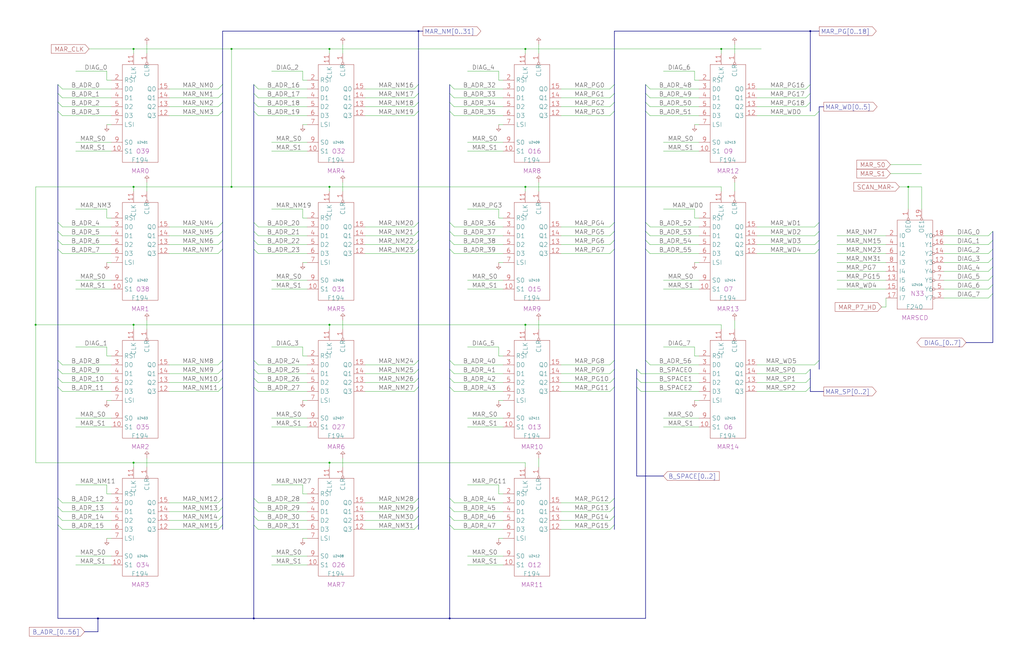
<source format=kicad_sch>
(kicad_sch (version 20230121) (generator eeschema)
  (paper "User" 584.2 378.46)
  (title_block (title "ADDRESS\\nMAR REGISTER") (date "08-MAR-90") (rev "0.0") (comment 1 "MEM32 BOARD") (comment 2 "232-003066") (comment 3 "S400") (comment 4 "RELEASED"))
  (junction (at 76.2 27.94))
  (junction (at 20.32 185.42))
  (junction (at 256.54 353.06))
  (junction (at 238.76 17.78))
  (junction (at 55.88 353.06))
  (junction (at 462.28 17.78))
  (junction (at 299.72 106.68))
  (junction (at 76.2 106.68))
  (junction (at 132.08 27.94))
  (junction (at 299.72 185.42))
  (junction (at 187.96 106.68))
  (junction (at 299.72 27.94))
  (junction (at 76.2 185.42))
  (junction (at 144.78 353.06))
  (junction (at 411.48 27.94))
  (junction (at 518.16 106.68))
  (junction (at 187.96 27.94))
  (junction (at 76.2 264.16))
  (junction (at 187.96 185.42))
  (junction (at 132.08 106.68))
  (junction (at 187.96 264.16))
  (bus_entry (at 350.52 132.08) (size -2.54 2.54))
  (bus_entry (at 256.54 294.64) (size 2.54 2.54))
  (bus_entry (at 368.3 205.74) (size 2.54 2.54))
  (bus_entry (at 462.28 58.42) (size -2.54 2.54))
  (bus_entry (at 566.42 167.64) (size -2.54 2.54))
  (bus_entry (at 256.54 137.16) (size 2.54 2.54))
  (bus_entry (at 127 294.64) (size -2.54 2.54))
  (bus_entry (at 368.3 142.24) (size 2.54 2.54))
  (bus_entry (at 127 215.9) (size -2.54 2.54))
  (bus_entry (at 350.52 205.74) (size -2.54 2.54))
  (bus_entry (at 238.76 294.64) (size -2.54 2.54))
  (bus_entry (at 144.78 127) (size 2.54 2.54))
  (bus_entry (at 33.02 137.16) (size 2.54 2.54))
  (bus_entry (at 33.02 215.9) (size 2.54 2.54))
  (bus_entry (at 256.54 48.26) (size 2.54 2.54))
  (bus_entry (at 368.3 132.08) (size 2.54 2.54))
  (bus_entry (at 350.52 137.16) (size -2.54 2.54))
  (bus_entry (at 350.52 210.82) (size -2.54 2.54))
  (bus_entry (at 33.02 299.72) (size 2.54 2.54))
  (bus_entry (at 238.76 289.56) (size -2.54 2.54))
  (bus_entry (at 350.52 48.26) (size -2.54 2.54))
  (bus_entry (at 238.76 210.82) (size -2.54 2.54))
  (bus_entry (at 256.54 220.98) (size 2.54 2.54))
  (bus_entry (at 462.28 48.26) (size -2.54 2.54))
  (bus_entry (at 256.54 63.5) (size 2.54 2.54))
  (bus_entry (at 127 289.56) (size -2.54 2.54))
  (bus_entry (at 256.54 210.82) (size 2.54 2.54))
  (bus_entry (at 462.28 210.82) (size -2.54 2.54))
  (bus_entry (at 256.54 142.24) (size 2.54 2.54))
  (bus_entry (at 350.52 284.48) (size -2.54 2.54))
  (bus_entry (at 462.28 215.9) (size -2.54 2.54))
  (bus_entry (at 368.3 63.5) (size 2.54 2.54))
  (bus_entry (at 256.54 53.34) (size 2.54 2.54))
  (bus_entry (at 350.52 294.64) (size -2.54 2.54))
  (bus_entry (at 144.78 284.48) (size 2.54 2.54))
  (bus_entry (at 238.76 215.9) (size -2.54 2.54))
  (bus_entry (at 33.02 132.08) (size 2.54 2.54))
  (bus_entry (at 350.52 289.56) (size -2.54 2.54))
  (bus_entry (at 350.52 215.9) (size -2.54 2.54))
  (bus_entry (at 144.78 215.9) (size 2.54 2.54))
  (bus_entry (at 238.76 220.98) (size -2.54 2.54))
  (bus_entry (at 350.52 299.72) (size -2.54 2.54))
  (bus_entry (at 238.76 299.72) (size -2.54 2.54))
  (bus_entry (at 238.76 284.48) (size -2.54 2.54))
  (bus_entry (at 144.78 132.08) (size 2.54 2.54))
  (bus_entry (at 462.28 53.34) (size -2.54 2.54))
  (bus_entry (at 256.54 205.74) (size 2.54 2.54))
  (bus_entry (at 33.02 289.56) (size 2.54 2.54))
  (bus_entry (at 256.54 284.48) (size 2.54 2.54))
  (bus_entry (at 238.76 132.08) (size -2.54 2.54))
  (bus_entry (at 33.02 63.5) (size 2.54 2.54))
  (bus_entry (at 467.36 205.74) (size -2.54 2.54))
  (bus_entry (at 350.52 53.34) (size -2.54 2.54))
  (bus_entry (at 127 210.82) (size -2.54 2.54))
  (bus_entry (at 467.36 137.16) (size -2.54 2.54))
  (bus_entry (at 144.78 210.82) (size 2.54 2.54))
  (bus_entry (at 33.02 284.48) (size 2.54 2.54))
  (bus_entry (at 144.78 220.98) (size 2.54 2.54))
  (bus_entry (at 368.3 58.42) (size 2.54 2.54))
  (bus_entry (at 127 127) (size -2.54 2.54))
  (bus_entry (at 566.42 157.48) (size -2.54 2.54))
  (bus_entry (at 238.76 53.34) (size -2.54 2.54))
  (bus_entry (at 256.54 132.08) (size 2.54 2.54))
  (bus_entry (at 127 142.24) (size -2.54 2.54))
  (bus_entry (at 33.02 220.98) (size 2.54 2.54))
  (bus_entry (at 238.76 58.42) (size -2.54 2.54))
  (bus_entry (at 144.78 142.24) (size 2.54 2.54))
  (bus_entry (at 350.52 58.42) (size -2.54 2.54))
  (bus_entry (at 127 58.42) (size -2.54 2.54))
  (bus_entry (at 350.52 142.24) (size -2.54 2.54))
  (bus_entry (at 256.54 299.72) (size 2.54 2.54))
  (bus_entry (at 238.76 205.74) (size -2.54 2.54))
  (bus_entry (at 144.78 58.42) (size 2.54 2.54))
  (bus_entry (at 566.42 162.56) (size -2.54 2.54))
  (bus_entry (at 467.36 127) (size -2.54 2.54))
  (bus_entry (at 33.02 127) (size 2.54 2.54))
  (bus_entry (at 368.3 137.16) (size 2.54 2.54))
  (bus_entry (at 256.54 289.56) (size 2.54 2.54))
  (bus_entry (at 33.02 142.24) (size 2.54 2.54))
  (bus_entry (at 368.3 53.34) (size 2.54 2.54))
  (bus_entry (at 127 205.74) (size -2.54 2.54))
  (bus_entry (at 33.02 294.64) (size 2.54 2.54))
  (bus_entry (at 127 299.72) (size -2.54 2.54))
  (bus_entry (at 33.02 48.26) (size 2.54 2.54))
  (bus_entry (at 363.22 215.9) (size 2.54 2.54))
  (bus_entry (at 144.78 63.5) (size 2.54 2.54))
  (bus_entry (at 350.52 127) (size -2.54 2.54))
  (bus_entry (at 256.54 215.9) (size 2.54 2.54))
  (bus_entry (at 33.02 210.82) (size 2.54 2.54))
  (bus_entry (at 127 48.26) (size -2.54 2.54))
  (bus_entry (at 238.76 142.24) (size -2.54 2.54))
  (bus_entry (at 350.52 220.98) (size -2.54 2.54))
  (bus_entry (at 238.76 137.16) (size -2.54 2.54))
  (bus_entry (at 363.22 220.98) (size 2.54 2.54))
  (bus_entry (at 368.3 127) (size 2.54 2.54))
  (bus_entry (at 144.78 289.56) (size 2.54 2.54))
  (bus_entry (at 127 63.5) (size -2.54 2.54))
  (bus_entry (at 566.42 147.32) (size -2.54 2.54))
  (bus_entry (at 127 132.08) (size -2.54 2.54))
  (bus_entry (at 144.78 137.16) (size 2.54 2.54))
  (bus_entry (at 144.78 205.74) (size 2.54 2.54))
  (bus_entry (at 127 220.98) (size -2.54 2.54))
  (bus_entry (at 566.42 132.08) (size -2.54 2.54))
  (bus_entry (at 127 137.16) (size -2.54 2.54))
  (bus_entry (at 33.02 205.74) (size 2.54 2.54))
  (bus_entry (at 467.36 142.24) (size -2.54 2.54))
  (bus_entry (at 33.02 53.34) (size 2.54 2.54))
  (bus_entry (at 144.78 294.64) (size 2.54 2.54))
  (bus_entry (at 238.76 127) (size -2.54 2.54))
  (bus_entry (at 144.78 48.26) (size 2.54 2.54))
  (bus_entry (at 368.3 48.26) (size 2.54 2.54))
  (bus_entry (at 144.78 299.72) (size 2.54 2.54))
  (bus_entry (at 462.28 220.98) (size -2.54 2.54))
  (bus_entry (at 256.54 127) (size 2.54 2.54))
  (bus_entry (at 566.42 142.24) (size -2.54 2.54))
  (bus_entry (at 127 284.48) (size -2.54 2.54))
  (bus_entry (at 467.36 132.08) (size -2.54 2.54))
  (bus_entry (at 238.76 48.26) (size -2.54 2.54))
  (bus_entry (at 566.42 152.4) (size -2.54 2.54))
  (bus_entry (at 467.36 63.5) (size -2.54 2.54))
  (bus_entry (at 350.52 63.5) (size -2.54 2.54))
  (bus_entry (at 127 53.34) (size -2.54 2.54))
  (bus_entry (at 566.42 137.16) (size -2.54 2.54))
  (bus_entry (at 256.54 58.42) (size 2.54 2.54))
  (bus_entry (at 363.22 210.82) (size 2.54 2.54))
  (bus_entry (at 33.02 58.42) (size 2.54 2.54))
  (bus_entry (at 144.78 53.34) (size 2.54 2.54))
  (bus_entry (at 238.76 63.5) (size -2.54 2.54))
  (wire (pts (xy 96.52 223.52) (xy 124.46 223.52)))
  (wire (pts (xy 208.28 213.36) (xy 236.22 213.36)))
  (wire (pts (xy 266.7 238.76) (xy 287.02 238.76)))
  (wire (pts (xy 477.52 134.62) (xy 505.46 134.62)))
  (bus (pts (xy 368.3 63.5) (xy 368.3 127)))
  (wire (pts (xy 287.02 124.46) (xy 284.48 124.46)))
  (bus (pts (xy 33.02 137.16) (xy 33.02 142.24)))
  (wire (pts (xy 63.5 281.94) (xy 60.96 281.94)))
  (bus (pts (xy 144.78 142.24) (xy 144.78 205.74)))
  (wire (pts (xy 419.1 182.88) (xy 419.1 187.96)))
  (wire (pts (xy 60.96 203.2) (xy 60.96 198.12)))
  (wire (pts (xy 320.04 60.96) (xy 347.98 60.96)))
  (bus (pts (xy 144.78 289.56) (xy 144.78 294.64)))
  (bus (pts (xy 33.02 299.72) (xy 33.02 353.06)))
  (bus (pts (xy 238.76 205.74) (xy 238.76 210.82)))
  (wire (pts (xy 35.56 292.1) (xy 63.5 292.1)))
  (bus (pts (xy 238.76 17.78) (xy 238.76 48.26)))
  (bus (pts (xy 566.42 142.24) (xy 566.42 147.32)))
  (bus (pts (xy 238.76 220.98) (xy 238.76 284.48)))
  (wire (pts (xy 63.5 203.2) (xy 60.96 203.2)))
  (bus (pts (xy 144.78 353.06) (xy 256.54 353.06)))
  (bus (pts (xy 238.76 284.48) (xy 238.76 289.56)))
  (wire (pts (xy 147.32 60.96) (xy 175.26 60.96)))
  (wire (pts (xy 96.52 287.02) (xy 124.46 287.02)))
  (wire (pts (xy 172.72 149.86) (xy 175.26 149.86)))
  (wire (pts (xy 96.52 302.26) (xy 124.46 302.26)))
  (wire (pts (xy 154.94 322.58) (xy 175.26 322.58)))
  (bus (pts (xy 350.52 294.64) (xy 350.52 299.72)))
  (wire (pts (xy 284.48 228.6) (xy 287.02 228.6)))
  (wire (pts (xy 35.56 144.78) (xy 63.5 144.78)))
  (bus (pts (xy 144.78 284.48) (xy 144.78 289.56)))
  (bus (pts (xy 33.02 127) (xy 33.02 132.08)))
  (wire (pts (xy 208.28 292.1) (xy 236.22 292.1)))
  (wire (pts (xy 43.18 40.64) (xy 60.96 40.64)))
  (wire (pts (xy 60.96 124.46) (xy 60.96 119.38)))
  (wire (pts (xy 76.2 27.94) (xy 76.2 30.48)))
  (wire (pts (xy 307.34 261.62) (xy 307.34 266.7)))
  (wire (pts (xy 320.04 139.7) (xy 347.98 139.7)))
  (wire (pts (xy 320.04 218.44) (xy 347.98 218.44)))
  (wire (pts (xy 370.84 66.04) (xy 398.78 66.04)))
  (bus (pts (xy 256.54 63.5) (xy 256.54 127)))
  (wire (pts (xy 477.52 154.94) (xy 505.46 154.94)))
  (bus (pts (xy 467.36 137.16) (xy 467.36 142.24)))
  (bus (pts (xy 238.76 299.72) (xy 238.76 302.26)))
  (bus (pts (xy 256.54 48.26) (xy 256.54 53.34)))
  (wire (pts (xy 63.5 124.46) (xy 60.96 124.46)))
  (wire (pts (xy 370.84 144.78) (xy 398.78 144.78)))
  (bus (pts (xy 256.54 205.74) (xy 256.54 210.82)))
  (bus (pts (xy 256.54 127) (xy 256.54 132.08)))
  (wire (pts (xy 76.2 106.68) (xy 20.32 106.68)))
  (wire (pts (xy 187.96 106.68) (xy 187.96 109.22)))
  (wire (pts (xy 43.18 243.84) (xy 63.5 243.84)))
  (wire (pts (xy 43.18 119.38) (xy 60.96 119.38)))
  (wire (pts (xy 195.58 182.88) (xy 195.58 187.96)))
  (bus (pts (xy 350.52 137.16) (xy 350.52 142.24)))
  (wire (pts (xy 505.46 170.18) (xy 505.46 175.26)))
  (wire (pts (xy 320.04 208.28) (xy 347.98 208.28)))
  (bus (pts (xy 33.02 132.08) (xy 33.02 137.16)))
  (wire (pts (xy 208.28 66.04) (xy 236.22 66.04)))
  (wire (pts (xy 20.32 185.42) (xy 76.2 185.42)))
  (wire (pts (xy 396.24 203.2) (xy 396.24 198.12)))
  (wire (pts (xy 187.96 185.42) (xy 299.72 185.42)))
  (wire (pts (xy 378.46 40.64) (xy 396.24 40.64)))
  (bus (pts (xy 566.42 132.08) (xy 566.42 137.16)))
  (bus (pts (xy 350.52 210.82) (xy 350.52 215.9)))
  (bus (pts (xy 350.52 17.78) (xy 462.28 17.78)))
  (wire (pts (xy 378.46 243.84) (xy 398.78 243.84)))
  (bus (pts (xy 256.54 284.48) (xy 256.54 289.56)))
  (wire (pts (xy 172.72 228.6) (xy 175.26 228.6)))
  (wire (pts (xy 259.08 55.88) (xy 287.02 55.88)))
  (bus (pts (xy 256.54 132.08) (xy 256.54 137.16)))
  (wire (pts (xy 147.32 129.54) (xy 175.26 129.54)))
  (bus (pts (xy 127 58.42) (xy 127 63.5)))
  (wire (pts (xy 320.04 66.04) (xy 347.98 66.04)))
  (wire (pts (xy 266.7 40.64) (xy 284.48 40.64)))
  (wire (pts (xy 195.58 25.4) (xy 195.58 30.48)))
  (bus (pts (xy 33.02 48.26) (xy 33.02 53.34)))
  (wire (pts (xy 60.96 45.72) (xy 60.96 40.64)))
  (wire (pts (xy 287.02 281.94) (xy 284.48 281.94)))
  (wire (pts (xy 299.72 27.94) (xy 411.48 27.94)))
  (wire (pts (xy 431.8 144.78) (xy 464.82 144.78)))
  (bus (pts (xy 144.78 58.42) (xy 144.78 63.5)))
  (wire (pts (xy 147.32 213.36) (xy 175.26 213.36)))
  (bus (pts (xy 350.52 63.5) (xy 350.52 127)))
  (wire (pts (xy 175.26 203.2) (xy 172.72 203.2)))
  (wire (pts (xy 187.96 27.94) (xy 299.72 27.94)))
  (wire (pts (xy 431.8 50.8) (xy 459.74 50.8)))
  (wire (pts (xy 320.04 134.62) (xy 347.98 134.62)))
  (wire (pts (xy 147.32 50.8) (xy 175.26 50.8)))
  (bus (pts (xy 238.76 137.16) (xy 238.76 142.24)))
  (bus (pts (xy 467.36 60.96) (xy 467.36 63.5)))
  (wire (pts (xy 320.04 302.26) (xy 347.98 302.26)))
  (bus (pts (xy 127 215.9) (xy 127 220.98)))
  (wire (pts (xy 147.32 208.28) (xy 175.26 208.28)))
  (bus (pts (xy 462.28 17.78) (xy 462.28 48.26)))
  (wire (pts (xy 259.08 292.1) (xy 287.02 292.1)))
  (bus (pts (xy 368.3 132.08) (xy 368.3 137.16)))
  (wire (pts (xy 259.08 144.78) (xy 287.02 144.78)))
  (wire (pts (xy 76.2 27.94) (xy 132.08 27.94)))
  (wire (pts (xy 43.18 276.86) (xy 60.96 276.86)))
  (wire (pts (xy 320.04 55.88) (xy 347.98 55.88)))
  (bus (pts (xy 363.22 215.9) (xy 363.22 220.98)))
  (bus (pts (xy 238.76 210.82) (xy 238.76 215.9)))
  (bus (pts (xy 551.18 195.58) (xy 566.42 195.58)))
  (wire (pts (xy 43.18 160.02) (xy 63.5 160.02)))
  (wire (pts (xy 411.48 27.94) (xy 411.48 30.48)))
  (wire (pts (xy 284.48 71.12) (xy 287.02 71.12)))
  (wire (pts (xy 43.18 86.36) (xy 63.5 86.36)))
  (wire (pts (xy 96.52 297.18) (xy 124.46 297.18)))
  (bus (pts (xy 462.28 58.42) (xy 462.28 63.5)))
  (wire (pts (xy 154.94 86.36) (xy 175.26 86.36)))
  (wire (pts (xy 154.94 165.1) (xy 175.26 165.1)))
  (bus (pts (xy 368.3 142.24) (xy 368.3 205.74)))
  (bus (pts (xy 256.54 215.9) (xy 256.54 220.98)))
  (bus (pts (xy 462.28 215.9) (xy 462.28 220.98)))
  (wire (pts (xy 538.48 154.94) (xy 563.88 154.94)))
  (wire (pts (xy 20.32 106.68) (xy 20.32 185.42)))
  (wire (pts (xy 284.48 281.94) (xy 284.48 276.86)))
  (bus (pts (xy 462.28 53.34) (xy 462.28 58.42)))
  (wire (pts (xy 35.56 213.36) (xy 63.5 213.36)))
  (wire (pts (xy 175.26 281.94) (xy 172.72 281.94)))
  (wire (pts (xy 378.46 81.28) (xy 398.78 81.28)))
  (bus (pts (xy 467.36 63.5) (xy 467.36 127)))
  (wire (pts (xy 83.82 182.88) (xy 83.82 187.96)))
  (bus (pts (xy 238.76 127) (xy 238.76 132.08)))
  (wire (pts (xy 60.96 307.34) (xy 63.5 307.34)))
  (wire (pts (xy 411.48 185.42) (xy 411.48 187.96)))
  (wire (pts (xy 96.52 218.44) (xy 124.46 218.44)))
  (bus (pts (xy 566.42 162.56) (xy 566.42 167.64)))
  (bus (pts (xy 238.76 17.78) (xy 241.3 17.78)))
  (wire (pts (xy 477.52 165.1) (xy 505.46 165.1)))
  (wire (pts (xy 43.18 81.28) (xy 63.5 81.28)))
  (wire (pts (xy 154.94 317.5) (xy 175.26 317.5)))
  (wire (pts (xy 518.16 106.68) (xy 525.78 106.68)))
  (wire (pts (xy 378.46 165.1) (xy 398.78 165.1)))
  (wire (pts (xy 83.82 261.62) (xy 83.82 266.7)))
  (wire (pts (xy 398.78 45.72) (xy 396.24 45.72)))
  (bus (pts (xy 462.28 223.52) (xy 469.9 223.52)))
  (wire (pts (xy 365.76 218.44) (xy 398.78 218.44)))
  (wire (pts (xy 431.8 134.62) (xy 464.82 134.62)))
  (wire (pts (xy 43.18 322.58) (xy 63.5 322.58)))
  (wire (pts (xy 154.94 276.86) (xy 172.72 276.86)))
  (bus (pts (xy 144.78 127) (xy 144.78 132.08)))
  (wire (pts (xy 154.94 238.76) (xy 175.26 238.76)))
  (bus (pts (xy 363.22 220.98) (xy 363.22 271.78)))
  (wire (pts (xy 147.32 302.26) (xy 175.26 302.26)))
  (wire (pts (xy 147.32 144.78) (xy 175.26 144.78)))
  (wire (pts (xy 96.52 66.04) (xy 124.46 66.04)))
  (wire (pts (xy 259.08 218.44) (xy 287.02 218.44)))
  (wire (pts (xy 266.7 317.5) (xy 287.02 317.5)))
  (wire (pts (xy 172.72 124.46) (xy 172.72 119.38)))
  (bus (pts (xy 144.78 210.82) (xy 144.78 215.9)))
  (bus (pts (xy 33.02 284.48) (xy 33.02 289.56)))
  (bus (pts (xy 33.02 58.42) (xy 33.02 63.5)))
  (bus (pts (xy 127 48.26) (xy 127 53.34)))
  (wire (pts (xy 208.28 60.96) (xy 236.22 60.96)))
  (wire (pts (xy 154.94 160.02) (xy 175.26 160.02)))
  (bus (pts (xy 350.52 58.42) (xy 350.52 63.5)))
  (wire (pts (xy 147.32 223.52) (xy 175.26 223.52)))
  (bus (pts (xy 127 210.82) (xy 127 215.9)))
  (wire (pts (xy 284.48 149.86) (xy 287.02 149.86)))
  (bus (pts (xy 256.54 137.16) (xy 256.54 142.24)))
  (wire (pts (xy 259.08 223.52) (xy 287.02 223.52)))
  (bus (pts (xy 33.02 210.82) (xy 33.02 215.9)))
  (wire (pts (xy 431.8 213.36) (xy 459.74 213.36)))
  (wire (pts (xy 147.32 55.88) (xy 175.26 55.88)))
  (wire (pts (xy 419.1 104.14) (xy 419.1 109.22)))
  (wire (pts (xy 431.8 218.44) (xy 459.74 218.44)))
  (wire (pts (xy 43.18 165.1) (xy 63.5 165.1)))
  (bus (pts (xy 566.42 167.64) (xy 566.42 195.58)))
  (wire (pts (xy 60.96 71.12) (xy 63.5 71.12)))
  (bus (pts (xy 256.54 142.24) (xy 256.54 205.74)))
  (wire (pts (xy 96.52 144.78) (xy 124.46 144.78)))
  (wire (pts (xy 370.84 55.88) (xy 398.78 55.88)))
  (wire (pts (xy 172.72 281.94) (xy 172.72 276.86)))
  (wire (pts (xy 299.72 27.94) (xy 299.72 30.48)))
  (wire (pts (xy 96.52 139.7) (xy 124.46 139.7)))
  (wire (pts (xy 398.78 203.2) (xy 396.24 203.2)))
  (wire (pts (xy 538.48 149.86) (xy 563.88 149.86)))
  (wire (pts (xy 35.56 297.18) (xy 63.5 297.18)))
  (bus (pts (xy 33.02 220.98) (xy 33.02 284.48)))
  (bus (pts (xy 350.52 220.98) (xy 350.52 284.48)))
  (wire (pts (xy 411.48 106.68) (xy 411.48 109.22)))
  (wire (pts (xy 172.72 45.72) (xy 172.72 40.64)))
  (wire (pts (xy 96.52 213.36) (xy 124.46 213.36)))
  (wire (pts (xy 35.56 66.04) (xy 63.5 66.04)))
  (bus (pts (xy 467.36 127) (xy 467.36 132.08)))
  (wire (pts (xy 320.04 50.8) (xy 347.98 50.8)))
  (bus (pts (xy 127 289.56) (xy 127 294.64)))
  (bus (pts (xy 55.88 360.68) (xy 55.88 353.06)))
  (wire (pts (xy 378.46 160.02) (xy 398.78 160.02)))
  (wire (pts (xy 60.96 228.6) (xy 63.5 228.6)))
  (bus (pts (xy 238.76 215.9) (xy 238.76 220.98)))
  (wire (pts (xy 208.28 297.18) (xy 236.22 297.18)))
  (bus (pts (xy 127 294.64) (xy 127 299.72)))
  (wire (pts (xy 154.94 198.12) (xy 172.72 198.12)))
  (wire (pts (xy 525.78 106.68) (xy 525.78 119.38)))
  (bus (pts (xy 368.3 58.42) (xy 368.3 63.5)))
  (bus (pts (xy 256.54 53.34) (xy 256.54 58.42)))
  (wire (pts (xy 502.92 175.26) (xy 505.46 175.26)))
  (wire (pts (xy 259.08 129.54) (xy 287.02 129.54)))
  (bus (pts (xy 33.02 142.24) (xy 33.02 205.74)))
  (wire (pts (xy 370.84 50.8) (xy 398.78 50.8)))
  (bus (pts (xy 368.3 127) (xy 368.3 132.08)))
  (bus (pts (xy 238.76 48.26) (xy 238.76 53.34)))
  (wire (pts (xy 378.46 119.38) (xy 396.24 119.38)))
  (wire (pts (xy 35.56 223.52) (xy 63.5 223.52)))
  (bus (pts (xy 256.54 210.82) (xy 256.54 215.9)))
  (bus (pts (xy 33.02 294.64) (xy 33.02 299.72)))
  (wire (pts (xy 96.52 292.1) (xy 124.46 292.1)))
  (bus (pts (xy 33.02 215.9) (xy 33.02 220.98)))
  (wire (pts (xy 35.56 50.8) (xy 63.5 50.8)))
  (bus (pts (xy 127 284.48) (xy 127 289.56)))
  (wire (pts (xy 320.04 292.1) (xy 347.98 292.1)))
  (wire (pts (xy 431.8 223.52) (xy 459.74 223.52)))
  (bus (pts (xy 566.42 152.4) (xy 566.42 157.48)))
  (wire (pts (xy 147.32 66.04) (xy 175.26 66.04)))
  (wire (pts (xy 154.94 40.64) (xy 172.72 40.64)))
  (wire (pts (xy 431.8 139.7) (xy 464.82 139.7)))
  (wire (pts (xy 396.24 228.6) (xy 398.78 228.6)))
  (wire (pts (xy 266.7 165.1) (xy 287.02 165.1)))
  (bus (pts (xy 256.54 299.72) (xy 256.54 353.06)))
  (wire (pts (xy 411.48 27.94) (xy 434.34 27.94)))
  (wire (pts (xy 132.08 106.68) (xy 76.2 106.68)))
  (wire (pts (xy 96.52 129.54) (xy 124.46 129.54)))
  (wire (pts (xy 508 99.06) (xy 525.78 99.06)))
  (wire (pts (xy 76.2 185.42) (xy 76.2 187.96)))
  (wire (pts (xy 35.56 129.54) (xy 63.5 129.54)))
  (wire (pts (xy 96.52 60.96) (xy 124.46 60.96)))
  (wire (pts (xy 147.32 134.62) (xy 175.26 134.62)))
  (wire (pts (xy 187.96 27.94) (xy 187.96 30.48)))
  (wire (pts (xy 320.04 129.54) (xy 347.98 129.54)))
  (wire (pts (xy 76.2 264.16) (xy 76.2 266.7)))
  (wire (pts (xy 370.84 139.7) (xy 398.78 139.7)))
  (wire (pts (xy 538.48 139.7) (xy 563.88 139.7)))
  (wire (pts (xy 63.5 45.72) (xy 60.96 45.72)))
  (wire (pts (xy 266.7 198.12) (xy 284.48 198.12)))
  (wire (pts (xy 266.7 81.28) (xy 287.02 81.28)))
  (bus (pts (xy 33.02 63.5) (xy 33.02 127)))
  (wire (pts (xy 187.96 106.68) (xy 132.08 106.68)))
  (bus (pts (xy 256.54 294.64) (xy 256.54 299.72)))
  (wire (pts (xy 396.24 124.46) (xy 396.24 119.38)))
  (wire (pts (xy 43.18 317.5) (xy 63.5 317.5)))
  (bus (pts (xy 127 205.74) (xy 127 210.82)))
  (wire (pts (xy 266.7 160.02) (xy 287.02 160.02)))
  (wire (pts (xy 195.58 104.14) (xy 195.58 109.22)))
  (wire (pts (xy 284.48 124.46) (xy 284.48 119.38)))
  (wire (pts (xy 284.48 203.2) (xy 284.48 198.12)))
  (wire (pts (xy 35.56 208.28) (xy 63.5 208.28)))
  (wire (pts (xy 284.48 307.34) (xy 287.02 307.34)))
  (wire (pts (xy 396.24 149.86) (xy 398.78 149.86)))
  (bus (pts (xy 350.52 48.26) (xy 350.52 53.34)))
  (bus (pts (xy 127 299.72) (xy 127 302.26)))
  (wire (pts (xy 172.72 203.2) (xy 172.72 198.12)))
  (bus (pts (xy 256.54 220.98) (xy 256.54 284.48)))
  (wire (pts (xy 431.8 60.96) (xy 459.74 60.96)))
  (bus (pts (xy 368.3 137.16) (xy 368.3 142.24)))
  (bus (pts (xy 350.52 132.08) (xy 350.52 137.16)))
  (bus (pts (xy 462.28 48.26) (xy 462.28 53.34)))
  (wire (pts (xy 431.8 208.28) (xy 464.82 208.28)))
  (wire (pts (xy 299.72 106.68) (xy 411.48 106.68)))
  (wire (pts (xy 35.56 139.7) (xy 63.5 139.7)))
  (wire (pts (xy 299.72 106.68) (xy 299.72 109.22)))
  (wire (pts (xy 477.52 160.02) (xy 505.46 160.02)))
  (bus (pts (xy 144.78 132.08) (xy 144.78 137.16)))
  (wire (pts (xy 398.78 124.46) (xy 396.24 124.46)))
  (bus (pts (xy 566.42 147.32) (xy 566.42 152.4)))
  (wire (pts (xy 147.32 287.02) (xy 175.26 287.02)))
  (bus (pts (xy 144.78 294.64) (xy 144.78 299.72)))
  (wire (pts (xy 187.96 185.42) (xy 187.96 187.96)))
  (bus (pts (xy 238.76 63.5) (xy 238.76 127)))
  (bus (pts (xy 256.54 289.56) (xy 256.54 294.64)))
  (wire (pts (xy 208.28 302.26) (xy 236.22 302.26)))
  (wire (pts (xy 83.82 25.4) (xy 83.82 30.48)))
  (wire (pts (xy 259.08 287.02) (xy 287.02 287.02)))
  (wire (pts (xy 83.82 104.14) (xy 83.82 109.22)))
  (wire (pts (xy 175.26 124.46) (xy 172.72 124.46)))
  (wire (pts (xy 208.28 55.88) (xy 236.22 55.88)))
  (wire (pts (xy 35.56 302.26) (xy 63.5 302.26)))
  (wire (pts (xy 370.84 60.96) (xy 398.78 60.96)))
  (bus (pts (xy 144.78 53.34) (xy 144.78 58.42)))
  (bus (pts (xy 238.76 142.24) (xy 238.76 205.74)))
  (wire (pts (xy 266.7 322.58) (xy 287.02 322.58)))
  (wire (pts (xy 208.28 223.52) (xy 236.22 223.52)))
  (wire (pts (xy 147.32 292.1) (xy 175.26 292.1)))
  (wire (pts (xy 35.56 60.96) (xy 63.5 60.96)))
  (wire (pts (xy 35.56 218.44) (xy 63.5 218.44)))
  (wire (pts (xy 187.96 264.16) (xy 187.96 266.7)))
  (wire (pts (xy 208.28 208.28) (xy 236.22 208.28)))
  (bus (pts (xy 127 220.98) (xy 127 284.48)))
  (wire (pts (xy 284.48 45.72) (xy 284.48 40.64)))
  (wire (pts (xy 266.7 276.86) (xy 284.48 276.86)))
  (bus (pts (xy 144.78 48.26) (xy 144.78 53.34)))
  (bus (pts (xy 238.76 53.34) (xy 238.76 58.42)))
  (wire (pts (xy 477.52 139.7) (xy 505.46 139.7)))
  (wire (pts (xy 320.04 144.78) (xy 347.98 144.78)))
  (wire (pts (xy 147.32 218.44) (xy 175.26 218.44)))
  (wire (pts (xy 259.08 302.26) (xy 287.02 302.26)))
  (wire (pts (xy 266.7 119.38) (xy 284.48 119.38)))
  (bus (pts (xy 256.54 58.42) (xy 256.54 63.5)))
  (wire (pts (xy 96.52 50.8) (xy 124.46 50.8)))
  (wire (pts (xy 320.04 213.36) (xy 347.98 213.36)))
  (wire (pts (xy 76.2 106.68) (xy 76.2 109.22)))
  (wire (pts (xy 299.72 106.68) (xy 187.96 106.68)))
  (wire (pts (xy 266.7 86.36) (xy 287.02 86.36)))
  (bus (pts (xy 467.36 132.08) (xy 467.36 137.16)))
  (wire (pts (xy 259.08 297.18) (xy 287.02 297.18)))
  (bus (pts (xy 127 142.24) (xy 127 205.74)))
  (wire (pts (xy 320.04 287.02) (xy 347.98 287.02)))
  (wire (pts (xy 259.08 134.62) (xy 287.02 134.62)))
  (wire (pts (xy 477.52 149.86) (xy 505.46 149.86)))
  (wire (pts (xy 365.76 223.52) (xy 398.78 223.52)))
  (wire (pts (xy 370.84 134.62) (xy 398.78 134.62)))
  (wire (pts (xy 154.94 119.38) (xy 172.72 119.38)))
  (wire (pts (xy 307.34 182.88) (xy 307.34 187.96)))
  (wire (pts (xy 60.96 149.86) (xy 63.5 149.86)))
  (bus (pts (xy 127 53.34) (xy 127 58.42)))
  (bus (pts (xy 467.36 60.96) (xy 469.9 60.96)))
  (wire (pts (xy 96.52 208.28) (xy 124.46 208.28)))
  (wire (pts (xy 187.96 264.16) (xy 299.72 264.16)))
  (wire (pts (xy 378.46 238.76) (xy 398.78 238.76)))
  (wire (pts (xy 538.48 134.62) (xy 563.88 134.62)))
  (wire (pts (xy 431.8 55.88) (xy 459.74 55.88)))
  (wire (pts (xy 287.02 45.72) (xy 284.48 45.72)))
  (bus (pts (xy 48.26 360.68) (xy 55.88 360.68)))
  (bus (pts (xy 350.52 299.72) (xy 350.52 302.26)))
  (wire (pts (xy 396.24 71.12) (xy 398.78 71.12)))
  (bus (pts (xy 350.52 289.56) (xy 350.52 294.64)))
  (wire (pts (xy 60.96 281.94) (xy 60.96 276.86)))
  (wire (pts (xy 35.56 134.62) (xy 63.5 134.62)))
  (wire (pts (xy 378.46 198.12) (xy 396.24 198.12)))
  (wire (pts (xy 370.84 208.28) (xy 398.78 208.28)))
  (wire (pts (xy 76.2 264.16) (xy 187.96 264.16)))
  (wire (pts (xy 431.8 129.54) (xy 464.82 129.54)))
  (wire (pts (xy 195.58 261.62) (xy 195.58 266.7)))
  (bus (pts (xy 127 17.78) (xy 127 48.26)))
  (bus (pts (xy 33.02 53.34) (xy 33.02 58.42)))
  (wire (pts (xy 147.32 139.7) (xy 175.26 139.7)))
  (bus (pts (xy 368.3 53.34) (xy 368.3 58.42)))
  (wire (pts (xy 172.72 71.12) (xy 175.26 71.12)))
  (wire (pts (xy 76.2 185.42) (xy 187.96 185.42)))
  (bus (pts (xy 127 17.78) (xy 238.76 17.78)))
  (wire (pts (xy 96.52 134.62) (xy 124.46 134.62)))
  (wire (pts (xy 287.02 203.2) (xy 284.48 203.2)))
  (bus (pts (xy 363.22 271.78) (xy 378.46 271.78)))
  (bus (pts (xy 256.54 353.06) (xy 368.3 353.06)))
  (bus (pts (xy 144.78 205.74) (xy 144.78 210.82)))
  (bus (pts (xy 238.76 132.08) (xy 238.76 137.16)))
  (bus (pts (xy 127 63.5) (xy 127 127)))
  (bus (pts (xy 350.52 142.24) (xy 350.52 205.74)))
  (bus (pts (xy 462.28 17.78) (xy 467.36 17.78)))
  (wire (pts (xy 320.04 297.18) (xy 347.98 297.18)))
  (bus (pts (xy 462.28 220.98) (xy 462.28 223.52)))
  (wire (pts (xy 299.72 185.42) (xy 411.48 185.42)))
  (wire (pts (xy 43.18 238.76) (xy 63.5 238.76)))
  (bus (pts (xy 33.02 205.74) (xy 33.02 210.82)))
  (wire (pts (xy 96.52 55.88) (xy 124.46 55.88)))
  (wire (pts (xy 518.16 106.68) (xy 518.16 119.38)))
  (wire (pts (xy 132.08 27.94) (xy 132.08 106.68)))
  (wire (pts (xy 431.8 66.04) (xy 464.82 66.04)))
  (wire (pts (xy 20.32 185.42) (xy 20.32 264.16)))
  (wire (pts (xy 307.34 25.4) (xy 307.34 30.48)))
  (wire (pts (xy 370.84 129.54) (xy 398.78 129.54)))
  (bus (pts (xy 127 132.08) (xy 127 137.16)))
  (wire (pts (xy 477.52 144.78) (xy 505.46 144.78)))
  (wire (pts (xy 175.26 45.72) (xy 172.72 45.72)))
  (bus (pts (xy 350.52 205.74) (xy 350.52 210.82)))
  (wire (pts (xy 365.76 213.36) (xy 398.78 213.36)))
  (wire (pts (xy 259.08 50.8) (xy 287.02 50.8)))
  (wire (pts (xy 378.46 86.36) (xy 398.78 86.36)))
  (wire (pts (xy 208.28 144.78) (xy 236.22 144.78)))
  (wire (pts (xy 419.1 25.4) (xy 419.1 30.48)))
  (wire (pts (xy 43.18 198.12) (xy 60.96 198.12)))
  (bus (pts (xy 33.02 289.56) (xy 33.02 294.64)))
  (wire (pts (xy 132.08 27.94) (xy 187.96 27.94)))
  (wire (pts (xy 172.72 307.34) (xy 175.26 307.34)))
  (wire (pts (xy 396.24 45.72) (xy 396.24 40.64)))
  (wire (pts (xy 259.08 208.28) (xy 287.02 208.28)))
  (wire (pts (xy 208.28 134.62) (xy 236.22 134.62)))
  (bus (pts (xy 144.78 215.9) (xy 144.78 220.98)))
  (wire (pts (xy 508 93.98) (xy 525.78 93.98)))
  (bus (pts (xy 467.36 142.24) (xy 467.36 205.74)))
  (wire (pts (xy 20.32 264.16) (xy 76.2 264.16)))
  (wire (pts (xy 50.8 27.94) (xy 76.2 27.94)))
  (wire (pts (xy 154.94 243.84) (xy 175.26 243.84)))
  (bus (pts (xy 368.3 48.26) (xy 368.3 53.34)))
  (bus (pts (xy 350.52 17.78) (xy 350.52 48.26)))
  (bus (pts (xy 350.52 284.48) (xy 350.52 289.56)))
  (bus (pts (xy 33.02 353.06) (xy 55.88 353.06)))
  (bus (pts (xy 144.78 299.72) (xy 144.78 353.06)))
  (bus (pts (xy 144.78 137.16) (xy 144.78 142.24)))
  (bus (pts (xy 467.36 205.74) (xy 467.36 210.82)))
  (wire (pts (xy 259.08 66.04) (xy 287.02 66.04)))
  (wire (pts (xy 266.7 243.84) (xy 287.02 243.84)))
  (wire (pts (xy 513.08 106.68) (xy 518.16 106.68)))
  (wire (pts (xy 208.28 129.54) (xy 236.22 129.54)))
  (bus (pts (xy 144.78 63.5) (xy 144.78 127)))
  (bus (pts (xy 127 127) (xy 127 132.08)))
  (bus (pts (xy 566.42 137.16) (xy 566.42 142.24)))
  (wire (pts (xy 299.72 264.16) (xy 299.72 266.7)))
  (bus (pts (xy 55.88 353.06) (xy 144.78 353.06)))
  (wire (pts (xy 208.28 139.7) (xy 236.22 139.7)))
  (wire (pts (xy 320.04 223.52) (xy 347.98 223.52)))
  (bus (pts (xy 238.76 294.64) (xy 238.76 299.72)))
  (wire (pts (xy 259.08 139.7) (xy 287.02 139.7)))
  (wire (pts (xy 208.28 287.02) (xy 236.22 287.02)))
  (bus (pts (xy 238.76 58.42) (xy 238.76 63.5)))
  (wire (pts (xy 154.94 81.28) (xy 175.26 81.28)))
  (wire (pts (xy 208.28 50.8) (xy 236.22 50.8)))
  (wire (pts (xy 208.28 218.44) (xy 236.22 218.44)))
  (wire (pts (xy 35.56 55.88) (xy 63.5 55.88)))
  (wire (pts (xy 259.08 213.36) (xy 287.02 213.36)))
  (bus (pts (xy 350.52 53.34) (xy 350.52 58.42)))
  (wire (pts (xy 538.48 160.02) (xy 563.88 160.02)))
  (wire (pts (xy 259.08 60.96) (xy 287.02 60.96)))
  (bus (pts (xy 127 137.16) (xy 127 142.24)))
  (wire (pts (xy 538.48 144.78) (xy 563.88 144.78)))
  (bus (pts (xy 368.3 205.74) (xy 368.3 353.06)))
  (wire (pts (xy 307.34 104.14) (xy 307.34 109.22)))
  (wire (pts (xy 147.32 297.18) (xy 175.26 297.18)))
  (wire (pts (xy 35.56 287.02) (xy 63.5 287.02)))
  (bus (pts (xy 144.78 220.98) (xy 144.78 284.48)))
  (bus (pts (xy 566.42 157.48) (xy 566.42 162.56)))
  (bus (pts (xy 238.76 289.56) (xy 238.76 294.64)))
  (bus (pts (xy 350.52 215.9) (xy 350.52 220.98)))
  (bus (pts (xy 350.52 127) (xy 350.52 132.08)))
  (bus (pts (xy 363.22 210.82) (xy 363.22 215.9)))
  (bus (pts (xy 462.28 210.82) (xy 462.28 215.9)))
  (wire (pts (xy 538.48 170.18) (xy 563.88 170.18)))
  (wire (pts (xy 299.72 185.42) (xy 299.72 187.96)))
  (wire (pts (xy 538.48 165.1) (xy 563.88 165.1)))
  (label "B_ADR_4" (at 40.64 129.54 0) (effects (font (size 2.54 2.54))))
  (label "MAR_SP0" (at 436.88 213.36 0) (effects (font (size 2.54 2.54))))
  (label "MAR_PG8" (at 327.66 208.28 0) (effects (font (size 2.54 2.54))))
  (label "B_ADR_44" (at 264.16 287.02 0) (effects (font (size 2.54 2.54))))
  (label "MAR_NM12" (at 104.14 287.02 0) (effects (font (size 2.54 2.54))))
  (label "MAR_NM25" (at 215.9 213.36 0) (effects (font (size 2.54 2.54))))
  (label "DIAG_1" (at 546.1 139.7 0) (effects (font (size 2.54 2.54))))
  (label "B_ADR_32" (at 264.16 50.8 0) (effects (font (size 2.54 2.54))))
  (label "MAR_NM1" (at 104.14 55.88 0) (effects (font (size 2.54 2.54))))
  (label "B_ADR_12" (at 40.64 287.02 0) (effects (font (size 2.54 2.54))))
  (label "MAR_S0" (at 157.48 238.76 0) (effects (font (size 2.54 2.54))))
  (label "B_ADR_39" (at 264.16 144.78 0) (effects (font (size 2.54 2.54))))
  (label "MAR_S1" (at 381 243.84 0) (effects (font (size 2.54 2.54))))
  (label "MAR_NM19" (at 215.9 66.04 0) (effects (font (size 2.54 2.54))))
  (label "B_ADR_38" (at 264.16 139.7 0) (effects (font (size 2.54 2.54))))
  (label "B_ADR_54" (at 375.92 139.7 0) (effects (font (size 2.54 2.54))))
  (label "B_ADR_30" (at 152.4 297.18 0) (effects (font (size 2.54 2.54))))
  (label "MAR_PG11" (at 327.66 223.52 0) (effects (font (size 2.54 2.54))))
  (label "MAR_NM13" (at 104.14 292.1 0) (effects (font (size 2.54 2.54))))
  (label "B_ADR_47" (at 264.16 302.26 0) (effects (font (size 2.54 2.54))))
  (label "MAR_NM16" (at 215.9 50.8 0) (effects (font (size 2.54 2.54))))
  (label "B_ADR_13" (at 40.64 292.1 0) (effects (font (size 2.54 2.54))))
  (label "MAR_NM27" (at 215.9 223.52 0) (effects (font (size 2.54 2.54))))
  (label "B_ADR_26" (at 152.4 218.44 0) (effects (font (size 2.54 2.54))))
  (label "MAR_PG12" (at 327.66 287.02 0) (effects (font (size 2.54 2.54))))
  (label "B_ADR_35" (at 264.16 66.04 0) (effects (font (size 2.54 2.54))))
  (label "MAR_PG13" (at 327.66 292.1 0) (effects (font (size 2.54 2.54))))
  (label "MAR_PG9" (at 327.66 213.36 0) (effects (font (size 2.54 2.54))))
  (label "MAR_PG14" (at 327.66 297.18 0) (effects (font (size 2.54 2.54))))
  (label "MAR_SP1" (at 436.88 218.44 0) (effects (font (size 2.54 2.54))))
  (label "MAR_WD0" (at 439.42 66.04 0) (effects (font (size 2.54 2.54))))
  (label "MAR_S0" (at 381 81.28 0) (effects (font (size 2.54 2.54))))
  (label "DIAG_4" (at 546.1 154.94 0) (effects (font (size 2.54 2.54))))
  (label "MAR_WD1" (at 439.42 129.54 0) (effects (font (size 2.54 2.54))))
  (label "MAR_PG0" (at 327.66 50.8 0) (effects (font (size 2.54 2.54))))
  (label "B_ADR_51" (at 375.92 66.04 0) (effects (font (size 2.54 2.54))))
  (label "MAR_S1" (at 381 86.36 0) (effects (font (size 2.54 2.54))))
  (label "B_ADR_8" (at 40.64 208.28 0) (effects (font (size 2.54 2.54))))
  (label "MAR_S0" (at 381 238.76 0) (effects (font (size 2.54 2.54))))
  (label "MAR_NM11" (at 104.14 223.52 0) (effects (font (size 2.54 2.54))))
  (label "B_ADR_46" (at 264.16 297.18 0) (effects (font (size 2.54 2.54))))
  (label "B_ADR_25" (at 152.4 213.36 0) (effects (font (size 2.54 2.54))))
  (label "B_ADR_43" (at 264.16 223.52 0) (effects (font (size 2.54 2.54))))
  (label "MAR_NM9" (at 104.14 213.36 0) (effects (font (size 2.54 2.54))))
  (label "DIAG_7" (at 546.1 170.18 0) (effects (font (size 2.54 2.54))))
  (label "MAR_S1" (at 381 165.1 0) (effects (font (size 2.54 2.54))))
  (label "MAR_NM23" (at 482.6 144.78 0) (effects (font (size 2.54 2.54))))
  (label "MAR_NM19" (at 157.48 119.38 0) (effects (font (size 2.54 2.54))))
  (label "B_ADR_41" (at 264.16 213.36 0) (effects (font (size 2.54 2.54))))
  (label "MAR_NM3" (at 104.14 66.04 0) (effects (font (size 2.54 2.54))))
  (label "MAR_S1" (at 269.24 165.1 0) (effects (font (size 2.54 2.54))))
  (label "B_ADR_31" (at 152.4 302.26 0) (effects (font (size 2.54 2.54))))
  (label "MAR_PG2" (at 327.66 60.96 0) (effects (font (size 2.54 2.54))))
  (label "MAR_S0" (at 45.72 160.02 0) (effects (font (size 2.54 2.54))))
  (label "B_ADR_14" (at 40.64 297.18 0) (effects (font (size 2.54 2.54))))
  (label "MAR_PG6" (at 327.66 139.7 0) (effects (font (size 2.54 2.54))))
  (label "MAR_PG17" (at 439.42 55.88 0) (effects (font (size 2.54 2.54))))
  (label "MAR_S0" (at 157.48 160.02 0) (effects (font (size 2.54 2.54))))
  (label "MAR_S0" (at 45.72 81.28 0) (effects (font (size 2.54 2.54))))
  (label "MAR_NM30" (at 215.9 297.18 0) (effects (font (size 2.54 2.54))))
  (label "MAR_NM6" (at 104.14 139.7 0) (effects (font (size 2.54 2.54))))
  (label "DIAG_6" (at 381 40.64 0) (effects (font (size 2.54 2.54))))
  (label "MAR_S1" (at 45.72 165.1 0) (effects (font (size 2.54 2.54))))
  (label "MAR_PG5" (at 327.66 134.62 0) (effects (font (size 2.54 2.54))))
  (label "MAR_NM3" (at 45.72 119.38 0) (effects (font (size 2.54 2.54))))
  (label "MAR_NM8" (at 104.14 208.28 0) (effects (font (size 2.54 2.54))))
  (label "B_ADR_37" (at 264.16 134.62 0) (effects (font (size 2.54 2.54))))
  (label "MAR_PG10" (at 327.66 218.44 0) (effects (font (size 2.54 2.54))))
  (label "B_ADR_28" (at 152.4 287.02 0) (effects (font (size 2.54 2.54))))
  (label "MAR_S1" (at 157.48 165.1 0) (effects (font (size 2.54 2.54))))
  (label "DIAG_4" (at 269.24 40.64 0) (effects (font (size 2.54 2.54))))
  (label "MAR_WD2" (at 439.42 134.62 0) (effects (font (size 2.54 2.54))))
  (label "MAR_NM21" (at 215.9 134.62 0) (effects (font (size 2.54 2.54))))
  (label "MAR_NM20" (at 215.9 129.54 0) (effects (font (size 2.54 2.54))))
  (label "B_ADR_20" (at 152.4 129.54 0) (effects (font (size 2.54 2.54))))
  (label "MAR_PG7" (at 327.66 144.78 0) (effects (font (size 2.54 2.54))))
  (label "DIAG_6" (at 546.1 165.1 0) (effects (font (size 2.54 2.54))))
  (label "MAR_NM15" (at 482.6 139.7 0) (effects (font (size 2.54 2.54))))
  (label "MAR_S1" (at 45.72 322.58 0) (effects (font (size 2.54 2.54))))
  (label "DIAG_2" (at 157.48 40.64 0) (effects (font (size 2.54 2.54))))
  (label "MAR_NM22" (at 215.9 139.7 0) (effects (font (size 2.54 2.54))))
  (label "B_ADR_17" (at 152.4 55.88 0) (effects (font (size 2.54 2.54))))
  (label "MAR_S0" (at 269.24 160.02 0) (effects (font (size 2.54 2.54))))
  (label "MAR_SP2" (at 436.88 223.52 0) (effects (font (size 2.54 2.54))))
  (label "MAR_S1" (at 45.72 86.36 0) (effects (font (size 2.54 2.54))))
  (label "B_ADR_19" (at 152.4 66.04 0) (effects (font (size 2.54 2.54))))
  (label "MAR_NM24" (at 215.9 208.28 0) (effects (font (size 2.54 2.54))))
  (label "MAR_PG1" (at 327.66 55.88 0) (effects (font (size 2.54 2.54))))
  (label "MAR_NM5" (at 104.14 134.62 0) (effects (font (size 2.54 2.54))))
  (label "MAR_NM7" (at 482.6 134.62 0) (effects (font (size 2.54 2.54))))
  (label "MAR_NM2" (at 104.14 60.96 0) (effects (font (size 2.54 2.54))))
  (label "DIAG_1" (at 48.26 198.12 0) (effects (font (size 2.54 2.54))))
  (label "MAR_PG15" (at 482.6 160.02 0) (effects (font (size 2.54 2.54))))
  (label "MAR_PG11" (at 269.24 276.86 0) (effects (font (size 2.54 2.54))))
  (label "MAR_NM0" (at 104.14 50.8 0) (effects (font (size 2.54 2.54))))
  (label "MAR_PG7" (at 482.6 154.94 0) (effects (font (size 2.54 2.54))))
  (label "B_ADR_40" (at 264.16 208.28 0) (effects (font (size 2.54 2.54))))
  (label "MAR_PG16" (at 439.42 50.8 0) (effects (font (size 2.54 2.54))))
  (label "MAR_S0" (at 157.48 317.5 0) (effects (font (size 2.54 2.54))))
  (label "MAR_S0" (at 45.72 317.5 0) (effects (font (size 2.54 2.54))))
  (label "B_ADR_1" (at 40.64 55.88 0) (effects (font (size 2.54 2.54))))
  (label "MAR_WD5" (at 436.88 208.28 0) (effects (font (size 2.54 2.54))))
  (label "DIAG_0" (at 48.26 40.64 0) (effects (font (size 2.54 2.54))))
  (label "B_ADR_27" (at 152.4 223.52 0) (effects (font (size 2.54 2.54))))
  (label "B_ADR_36" (at 264.16 129.54 0) (effects (font (size 2.54 2.54))))
  (label "MAR_NM29" (at 215.9 292.1 0) (effects (font (size 2.54 2.54))))
  (label "DIAG_2" (at 546.1 144.78 0) (effects (font (size 2.54 2.54))))
  (label "B_SPACE0" (at 375.92 213.36 0) (effects (font (size 2.54 2.54))))
  (label "DIAG_0" (at 546.1 134.62 0) (effects (font (size 2.54 2.54))))
  (label "B_ADR_52" (at 375.92 129.54 0) (effects (font (size 2.54 2.54))))
  (label "MAR_PG3" (at 327.66 66.04 0) (effects (font (size 2.54 2.54))))
  (label "MAR_S1" (at 45.72 243.84 0) (effects (font (size 2.54 2.54))))
  (label "MAR_S0" (at 269.24 238.76 0) (effects (font (size 2.54 2.54))))
  (label "DIAG_5" (at 546.1 160.02 0) (effects (font (size 2.54 2.54))))
  (label "MAR_NM27" (at 157.48 276.86 0) (effects (font (size 2.54 2.54))))
  (label "MAR_WD4" (at 482.6 165.1 0) (effects (font (size 2.54 2.54))))
  (label "B_SPACE1" (at 375.92 218.44 0) (effects (font (size 2.54 2.54))))
  (label "B_ADR_15" (at 40.64 302.26 0) (effects (font (size 2.54 2.54))))
  (label "B_ADR_45" (at 264.16 292.1 0) (effects (font (size 2.54 2.54))))
  (label "MAR_NM15" (at 104.14 302.26 0) (effects (font (size 2.54 2.54))))
  (label "MAR_S1" (at 269.24 243.84 0) (effects (font (size 2.54 2.54))))
  (label "MAR_NM18" (at 215.9 60.96 0) (effects (font (size 2.54 2.54))))
  (label "B_ADR_23" (at 152.4 144.78 0) (effects (font (size 2.54 2.54))))
  (label "MAR_NM23" (at 215.9 144.78 0) (effects (font (size 2.54 2.54))))
  (label "B_ADR_22" (at 152.4 139.7 0) (effects (font (size 2.54 2.54))))
  (label "MAR_S1" (at 157.48 86.36 0) (effects (font (size 2.54 2.54))))
  (label "B_ADR_6" (at 40.64 139.7 0) (effects (font (size 2.54 2.54))))
  (label "MAR_S0" (at 381 160.02 0) (effects (font (size 2.54 2.54))))
  (label "MAR_WD0" (at 383.54 119.38 0) (effects (font (size 2.54 2.54))))
  (label "MAR_NM26" (at 215.9 218.44 0) (effects (font (size 2.54 2.54))))
  (label "MAR_S0" (at 45.72 238.76 0) (effects (font (size 2.54 2.54))))
  (label "B_SPACE2" (at 375.92 223.52 0) (effects (font (size 2.54 2.54))))
  (label "B_ADR_9" (at 40.64 213.36 0) (effects (font (size 2.54 2.54))))
  (label "MAR_NM10" (at 104.14 218.44 0) (effects (font (size 2.54 2.54))))
  (label "DIAG_3" (at 157.48 198.12 0) (effects (font (size 2.54 2.54))))
  (label "B_ADR_49" (at 375.92 55.88 0) (effects (font (size 2.54 2.54))))
  (label "B_ADR_10" (at 40.64 218.44 0) (effects (font (size 2.54 2.54))))
  (label "MAR_NM7" (at 104.14 144.78 0) (effects (font (size 2.54 2.54))))
  (label "MAR_S0" (at 269.24 317.5 0) (effects (font (size 2.54 2.54))))
  (label "MAR_NM4" (at 104.14 129.54 0) (effects (font (size 2.54 2.54))))
  (label "MAR_WD4" (at 439.42 144.78 0) (effects (font (size 2.54 2.54))))
  (label "MAR_NM31" (at 215.9 302.26 0) (effects (font (size 2.54 2.54))))
  (label "B_ADR_18" (at 152.4 60.96 0) (effects (font (size 2.54 2.54))))
  (label "B_ADR_7" (at 40.64 144.78 0) (effects (font (size 2.54 2.54))))
  (label "MAR_PG15" (at 327.66 302.26 0) (effects (font (size 2.54 2.54))))
  (label "B_ADR_42" (at 264.16 218.44 0) (effects (font (size 2.54 2.54))))
  (label "B_ADR_5" (at 40.64 134.62 0) (effects (font (size 2.54 2.54))))
  (label "B_ADR_48" (at 375.92 50.8 0) (effects (font (size 2.54 2.54))))
  (label "MAR_PG18" (at 439.42 60.96 0) (effects (font (size 2.54 2.54))))
  (label "DIAG_5" (at 269.24 198.12 0) (effects (font (size 2.54 2.54))))
  (label "MAR_S0" (at 157.48 81.28 0) (effects (font (size 2.54 2.54))))
  (label "B_ADR_29" (at 152.4 292.1 0) (effects (font (size 2.54 2.54))))
  (label "B_ADR_16" (at 152.4 50.8 0) (effects (font (size 2.54 2.54))))
  (label "MAR_S0" (at 269.24 81.28 0) (effects (font (size 2.54 2.54))))
  (label "MAR_NM28" (at 215.9 287.02 0) (effects (font (size 2.54 2.54))))
  (label "MAR_NM31" (at 482.6 149.86 0) (effects (font (size 2.54 2.54))))
  (label "B_ADR_3" (at 40.64 66.04 0) (effects (font (size 2.54 2.54))))
  (label "MAR_S1" (at 157.48 243.84 0) (effects (font (size 2.54 2.54))))
  (label "MAR_NM17" (at 215.9 55.88 0) (effects (font (size 2.54 2.54))))
  (label "B_ADR_56" (at 375.92 208.28 0) (effects (font (size 2.54 2.54))))
  (label "B_ADR_34" (at 264.16 60.96 0) (effects (font (size 2.54 2.54))))
  (label "DIAG_7" (at 381 198.12 0) (effects (font (size 2.54 2.54))))
  (label "MAR_WD3" (at 439.42 139.7 0) (effects (font (size 2.54 2.54))))
  (label "B_ADR_11" (at 40.64 223.52 0) (effects (font (size 2.54 2.54))))
  (label "B_ADR_21" (at 152.4 134.62 0) (effects (font (size 2.54 2.54))))
  (label "MAR_S1" (at 269.24 86.36 0) (effects (font (size 2.54 2.54))))
  (label "B_ADR_2" (at 40.64 60.96 0) (effects (font (size 2.54 2.54))))
  (label "B_ADR_24" (at 152.4 208.28 0) (effects (font (size 2.54 2.54))))
  (label "MAR_PG3" (at 269.24 119.38 0) (effects (font (size 2.54 2.54))))
  (label "B_ADR_50" (at 375.92 60.96 0) (effects (font (size 2.54 2.54))))
  (label "MAR_NM11" (at 45.72 276.86 0) (effects (font (size 2.54 2.54))))
  (label "B_ADR_55" (at 375.92 144.78 0) (effects (font (size 2.54 2.54))))
  (label "MAR_S1" (at 157.48 322.58 0) (effects (font (size 2.54 2.54))))
  (label "B_ADR_33" (at 264.16 55.88 0) (effects (font (size 2.54 2.54))))
  (label "MAR_NM14" (at 104.14 297.18 0) (effects (font (size 2.54 2.54))))
  (label "B_ADR_53" (at 375.92 134.62 0) (effects (font (size 2.54 2.54))))
  (label "B_ADR_0" (at 40.64 50.8 0) (effects (font (size 2.54 2.54))))
  (label "DIAG_3" (at 546.1 149.86 0) (effects (font (size 2.54 2.54))))
  (label "MAR_S1" (at 269.24 322.58 0) (effects (font (size 2.54 2.54))))
  (label "MAR_PG4" (at 327.66 129.54 0) (effects (font (size 2.54 2.54))))
  (global_label "MAR_P7_HD" (shape input) (at 502.92 175.26 180) (effects (font (size 2.54 2.54))) (property "Intersheetrefs" "${INTERSHEET_REFS}" (at 476.4435 175.1013 0) (effects (font (size 1.905 1.905)) (justify right))))
  (global_label "MAR_SP[0..2]" (shape output) (at 469.9 223.52 0) (effects (font (size 2.54 2.54))) (property "Intersheetrefs" "${INTERSHEET_REFS}" (at 499.8841 223.3613 0) (effects (font (size 1.905 1.905)) (justify left))))
  (global_label "MAR_S0" (shape input) (at 508 93.98 180) (effects (font (size 2.54 2.54))) (property "Intersheetrefs" "${INTERSHEET_REFS}" (at 488.7807 93.8213 0) (effects (font (size 1.905 1.905)) (justify right))))
  (global_label "MAR_S1" (shape input) (at 508 99.06 180) (effects (font (size 2.54 2.54))) (property "Intersheetrefs" "${INTERSHEET_REFS}" (at 488.7807 98.9013 0) (effects (font (size 1.905 1.905)) (justify right))))
  (global_label "MAR_NM[0..31]" (shape output) (at 241.3 17.78 0) (effects (font (size 2.54 2.54))) (property "Intersheetrefs" "${INTERSHEET_REFS}" (at 274.3079 17.6213 0) (effects (font (size 1.905 1.905)) (justify left))))
  (global_label "B_ADR_[0..56]" (shape input) (at 48.26 360.68 180) (effects (font (size 2.54 2.54))) (property "Intersheetrefs" "${INTERSHEET_REFS}" (at 16.7035 360.5213 0) (effects (font (size 1.905 1.905)) (justify right))))
  (global_label "MAR_CLK" (shape input) (at 50.8 27.94 180) (effects (font (size 2.54 2.54))) (property "Intersheetrefs" "${INTERSHEET_REFS}" (at 29.2826 27.7813 0) (effects (font (size 1.905 1.905)) (justify right))))
  (global_label "SCAN_MAR~" (shape input) (at 513.08 106.68 180) (effects (font (size 2.54 2.54))) (property "Intersheetrefs" "${INTERSHEET_REFS}" (at 487.0873 106.5213 0) (effects (font (size 1.905 1.905)) (justify right))))
  (global_label "MAR_WD[0..5]" (shape output) (at 469.9 60.96 0) (effects (font (size 2.54 2.54))) (property "Intersheetrefs" "${INTERSHEET_REFS}" (at 500.3679 60.8013 0) (effects (font (size 1.905 1.905)) (justify left))))
  (global_label "DIAG_[0..7]" (shape bidirectional) (at 551.18 195.58 180) (effects (font (size 2.54 2.54))) (property "Intersheetrefs" "${INTERSHEET_REFS}" (at 525.3083 195.4213 0) (effects (font (size 1.905 1.905)) (justify right))))
  (global_label "MAR_PG[0..18]" (shape output) (at 467.36 17.78 0) (effects (font (size 2.54 2.54))) (property "Intersheetrefs" "${INTERSHEET_REFS}" (at 499.8841 17.6213 0) (effects (font (size 1.905 1.905)) (justify left))))
  (global_label "B_SPACE[0..2]" (shape input) (at 378.46 271.78 0) (effects (font (size 2.54 2.54))) (property "Intersheetrefs" "${INTERSHEET_REFS}" (at 410.3793 271.6213 0) (effects (font (size 1.905 1.905)) (justify left))))
  (symbol (lib_id "r1000:PU") (at 195.58 261.62 0) (unit 1)
    (property "Reference" "#PWR02416" (effects hide))
    (property "Value" "PU" (effects hide))
  )
  (symbol (lib_id "r1000:PU") (at 307.34 104.14 0) (unit 1)
    (property "Reference" "#PWR0104" (effects hide))
    (property "Value" "PU" (effects hide))
  )
  (symbol (lib_id "r1000:PU") (at 419.1 182.88 0) (unit 1)
    (property "Reference" "#PWR02430" (effects hide))
    (property "Value" "PU" (effects hide))
  )
  (symbol (lib_id "r1000:PU") (at 307.34 25.4 0) (unit 1)
    (property "Reference" "#PWR02421" (effects hide))
    (property "Value" "PU" (effects hide))
  )
  (symbol (lib_id "r1000:PD") (at 396.24 228.6 0) (unit 1) (in_bom no)
    (property "Reference" "#PWR02427" (effects hide))
    (property "Value" "PD" (effects hide))
  )
  (symbol (lib_id "r1000:F194") (at 302.26 86.36 0) (unit 1)
    (property "Reference" "U2409" (at 304.8 81.28 0))
    (property "Value" "F194" (at 298.45 91.44 0) (effects (font (size 2.54 2.54)) (justify left)))
    (property "Location" "O16" (at 300.99 86.36 0) (effects (font (size 2.54 2.54)) (justify left)))
    (property "Name" "MAR8" (at 303.53 99.06 0) (effects (font (size 2.54 2.54)) (justify bottom)))
  )
  (symbol (lib_id "r1000:PU") (at 195.58 104.14 0) (unit 1)
    (property "Reference" "#PWR02414" (effects hide))
    (property "Value" "PU" (effects hide))
  )
  (symbol (lib_id "r1000:F194") (at 78.74 86.36 0) (unit 1)
    (property "Reference" "U2401" (at 81.28 81.28 0))
    (property "Value" "F194" (at 74.93 91.44 0) (effects (font (size 2.54 2.54)) (justify left)))
    (property "Location" "O39" (at 77.47 86.36 0) (effects (font (size 2.54 2.54)) (justify left)))
    (property "Name" "MAR0" (at 80.01 99.06 0) (effects (font (size 2.54 2.54)) (justify bottom)))
  )
  (symbol (lib_id "r1000:PU") (at 195.58 182.88 0) (unit 1)
    (property "Reference" "#PWR02415" (effects hide))
    (property "Value" "PU" (effects hide))
  )
  (symbol (lib_id "r1000:PU") (at 83.82 261.62 0) (unit 1)
    (property "Reference" "#PWR02408" (effects hide))
    (property "Value" "PU" (effects hide))
  )
  (symbol (lib_id "r1000:PD") (at 172.72 149.86 0) (unit 1) (in_bom no)
    (property "Reference" "#PWR02410" (effects hide))
    (property "Value" "PD" (effects hide))
  )
  (symbol (lib_id "r1000:F240") (at 520.7 167.64 0) (unit 1)
    (property "Reference" "U2416" (at 523.24 162.56 0))
    (property "Value" "F240" (at 516.89 175.26 0) (effects (font (size 2.54 2.54)) (justify left)))
    (property "Location" "N33" (at 519.43 167.64 0) (effects (font (size 2.54 2.54)) (justify left)))
    (property "Name" "MARSCD" (at 521.97 182.88 0) (effects (font (size 2.54 2.54)) (justify bottom)))
  )
  (symbol (lib_id "r1000:F194") (at 302.26 243.84 0) (unit 1)
    (property "Reference" "U2411" (at 304.8 238.76 0))
    (property "Value" "F194" (at 298.45 248.92 0) (effects (font (size 2.54 2.54)) (justify left)))
    (property "Location" "O13" (at 300.99 243.84 0) (effects (font (size 2.54 2.54)) (justify left)))
    (property "Name" "MAR10" (at 303.53 256.54 0) (effects (font (size 2.54 2.54)) (justify bottom)))
  )
  (symbol (lib_id "r1000:F194") (at 414.02 165.1 0) (unit 1)
    (property "Reference" "U2414" (at 416.56 160.02 0))
    (property "Value" "F194" (at 410.21 170.18 0) (effects (font (size 2.54 2.54)) (justify left)))
    (property "Location" "O7" (at 412.75 165.1 0) (effects (font (size 2.54 2.54)) (justify left)))
    (property "Name" "MAR13" (at 415.29 177.8 0) (effects (font (size 2.54 2.54)) (justify bottom)))
  )
  (symbol (lib_id "r1000:PD") (at 284.48 71.12 0) (unit 1) (in_bom no)
    (property "Reference" "#PWR02417" (effects hide))
    (property "Value" "PD" (effects hide))
  )
  (symbol (lib_id "r1000:PU") (at 195.58 25.4 0) (unit 1)
    (property "Reference" "#PWR02413" (effects hide))
    (property "Value" "PU" (effects hide))
  )
  (symbol (lib_id "r1000:PU") (at 419.1 104.14 0) (unit 1)
    (property "Reference" "#PWR02429" (effects hide))
    (property "Value" "PU" (effects hide))
  )
  (symbol (lib_id "r1000:F194") (at 302.26 322.58 0) (unit 1)
    (property "Reference" "U2412" (at 304.8 317.5 0))
    (property "Value" "F194" (at 298.45 327.66 0) (effects (font (size 2.54 2.54)) (justify left)))
    (property "Location" "O12" (at 300.99 322.58 0) (effects (font (size 2.54 2.54)) (justify left)))
    (property "Name" "MAR11" (at 303.53 335.28 0) (effects (font (size 2.54 2.54)) (justify bottom)))
  )
  (symbol (lib_id "r1000:F194") (at 78.74 165.1 0) (unit 1)
    (property "Reference" "U2402" (at 81.28 160.02 0))
    (property "Value" "F194" (at 74.93 170.18 0) (effects (font (size 2.54 2.54)) (justify left)))
    (property "Location" "O38" (at 77.47 165.1 0) (effects (font (size 2.54 2.54)) (justify left)))
    (property "Name" "MAR1" (at 80.01 177.8 0) (effects (font (size 2.54 2.54)) (justify bottom)))
  )
  (symbol (lib_id "r1000:PD") (at 284.48 307.34 0) (unit 1) (in_bom no)
    (property "Reference" "#PWR02420" (effects hide))
    (property "Value" "PD" (effects hide))
  )
  (symbol (lib_id "r1000:PD") (at 60.96 228.6 0) (unit 1) (in_bom no)
    (property "Reference" "#PWR02403" (effects hide))
    (property "Value" "PD" (effects hide))
  )
  (symbol (lib_id "r1000:PU") (at 83.82 104.14 0) (unit 1)
    (property "Reference" "#PWR02406" (effects hide))
    (property "Value" "PU" (effects hide))
  )
  (symbol (lib_id "r1000:PD") (at 172.72 71.12 0) (unit 1) (in_bom no)
    (property "Reference" "#PWR02409" (effects hide))
    (property "Value" "PD" (effects hide))
  )
  (symbol (lib_id "r1000:PU") (at 419.1 25.4 0) (unit 1)
    (property "Reference" "#PWR02428" (effects hide))
    (property "Value" "PU" (effects hide))
  )
  (symbol (lib_id "r1000:F194") (at 190.5 86.36 0) (unit 1)
    (property "Reference" "U2405" (at 193.04 81.28 0))
    (property "Value" "F194" (at 186.69 91.44 0) (effects (font (size 2.54 2.54)) (justify left)))
    (property "Location" "O32" (at 189.23 86.36 0) (effects (font (size 2.54 2.54)) (justify left)))
    (property "Name" "MAR4" (at 191.77 99.06 0) (effects (font (size 2.54 2.54)) (justify bottom)))
  )
  (symbol (lib_id "r1000:PD") (at 172.72 307.34 0) (unit 1) (in_bom no)
    (property "Reference" "#PWR02412" (effects hide))
    (property "Value" "PD" (effects hide))
  )
  (symbol (lib_id "r1000:PD") (at 284.48 228.6 0) (unit 1) (in_bom no)
    (property "Reference" "#PWR02419" (effects hide))
    (property "Value" "PD" (effects hide))
  )
  (symbol (lib_id "r1000:F194") (at 78.74 243.84 0) (unit 1)
    (property "Reference" "U2403" (at 81.28 238.76 0))
    (property "Value" "F194" (at 74.93 248.92 0) (effects (font (size 2.54 2.54)) (justify left)))
    (property "Location" "O35" (at 77.47 243.84 0) (effects (font (size 2.54 2.54)) (justify left)))
    (property "Name" "MAR2" (at 80.01 256.54 0) (effects (font (size 2.54 2.54)) (justify bottom)))
  )
  (symbol (lib_id "r1000:PD") (at 396.24 149.86 0) (unit 1) (in_bom no)
    (property "Reference" "#PWR02426" (effects hide))
    (property "Value" "PD" (effects hide))
  )
  (symbol (lib_id "r1000:PD") (at 396.24 71.12 0) (unit 1) (in_bom no)
    (property "Reference" "#PWR02425" (effects hide))
    (property "Value" "PD" (effects hide))
  )
  (symbol (lib_id "r1000:PD") (at 60.96 149.86 0) (unit 1) (in_bom no)
    (property "Reference" "#PWR02402" (effects hide))
    (property "Value" "PD" (effects hide))
  )
  (symbol (lib_id "r1000:F194") (at 190.5 322.58 0) (unit 1)
    (property "Reference" "U2408" (at 193.04 317.5 0))
    (property "Value" "F194" (at 186.69 327.66 0) (effects (font (size 2.54 2.54)) (justify left)))
    (property "Location" "O26" (at 189.23 322.58 0) (effects (font (size 2.54 2.54)) (justify left)))
    (property "Name" "MAR7" (at 191.77 335.28 0) (effects (font (size 2.54 2.54)) (justify bottom)))
  )
  (symbol (lib_id "r1000:PD") (at 60.96 71.12 0) (unit 1) (in_bom no)
    (property "Reference" "#PWR02401" (effects hide))
    (property "Value" "PD" (effects hide))
  )
  (symbol (lib_id "r1000:PD") (at 60.96 307.34 0) (unit 1) (in_bom no)
    (property "Reference" "#PWR02404" (effects hide))
    (property "Value" "PD" (effects hide))
  )
  (symbol (lib_id "r1000:PD") (at 284.48 149.86 0) (unit 1) (in_bom no)
    (property "Reference" "#PWR02418" (effects hide))
    (property "Value" "PD" (effects hide))
  )
  (symbol (lib_id "r1000:PU") (at 307.34 182.88 0) (unit 1)
    (property "Reference" "#PWR02423" (effects hide))
    (property "Value" "PU" (effects hide))
  )
  (symbol (lib_id "r1000:F194") (at 414.02 243.84 0) (unit 1)
    (property "Reference" "U2415" (at 416.56 238.76 0))
    (property "Value" "F194" (at 410.21 248.92 0) (effects (font (size 2.54 2.54)) (justify left)))
    (property "Location" "O6" (at 412.75 243.84 0) (effects (font (size 2.54 2.54)) (justify left)))
    (property "Name" "MAR14" (at 415.29 256.54 0) (effects (font (size 2.54 2.54)) (justify bottom)))
  )
  (symbol (lib_id "r1000:PU") (at 83.82 25.4 0) (unit 1)
    (property "Reference" "#PWR02405" (effects hide))
    (property "Value" "PU" (effects hide))
  )
  (symbol (lib_id "r1000:PU") (at 307.34 261.62 0) (unit 1)
    (property "Reference" "#PWR02424" (effects hide))
    (property "Value" "PU" (effects hide))
  )
  (symbol (lib_id "r1000:PD") (at 172.72 228.6 0) (unit 1) (in_bom no)
    (property "Reference" "#PWR02411" (effects hide))
    (property "Value" "PD" (effects hide))
  )
  (symbol (lib_id "r1000:F194") (at 190.5 243.84 0) (unit 1)
    (property "Reference" "U2407" (at 193.04 238.76 0))
    (property "Value" "F194" (at 186.69 248.92 0) (effects (font (size 2.54 2.54)) (justify left)))
    (property "Location" "O27" (at 189.23 243.84 0) (effects (font (size 2.54 2.54)) (justify left)))
    (property "Name" "MAR6" (at 191.77 256.54 0) (effects (font (size 2.54 2.54)) (justify bottom)))
  )
  (symbol (lib_id "r1000:F194") (at 78.74 322.58 0) (unit 1)
    (property "Reference" "U2404" (at 81.28 317.5 0))
    (property "Value" "F194" (at 74.93 327.66 0) (effects (font (size 2.54 2.54)) (justify left)))
    (property "Location" "O34" (at 77.47 322.58 0) (effects (font (size 2.54 2.54)) (justify left)))
    (property "Name" "MAR3" (at 80.01 335.28 0) (effects (font (size 2.54 2.54)) (justify bottom)))
  )
  (symbol (lib_id "r1000:PU") (at 83.82 182.88 0) (unit 1)
    (property "Reference" "#PWR02407" (effects hide))
    (property "Value" "PU" (effects hide))
  )
  (symbol (lib_id "r1000:F194") (at 414.02 86.36 0) (unit 1)
    (property "Reference" "U2413" (at 416.56 81.28 0))
    (property "Value" "F194" (at 410.21 91.44 0) (effects (font (size 2.54 2.54)) (justify left)))
    (property "Location" "O9" (at 412.75 86.36 0) (effects (font (size 2.54 2.54)) (justify left)))
    (property "Name" "MAR12" (at 415.29 99.06 0) (effects (font (size 2.54 2.54)) (justify bottom)))
  )
  (symbol (lib_id "r1000:F194") (at 190.5 165.1 0) (unit 1)
    (property "Reference" "U2406" (at 193.04 160.02 0))
    (property "Value" "F194" (at 186.69 170.18 0) (effects (font (size 2.54 2.54)) (justify left)))
    (property "Location" "O31" (at 189.23 165.1 0) (effects (font (size 2.54 2.54)) (justify left)))
    (property "Name" "MAR5" (at 191.77 177.8 0) (effects (font (size 2.54 2.54)) (justify bottom)))
  )
  (symbol (lib_id "r1000:F194") (at 302.26 165.1 0) (unit 1)
    (property "Reference" "U2410" (at 304.8 160.02 0))
    (property "Value" "F194" (at 298.45 170.18 0) (effects (font (size 2.54 2.54)) (justify left)))
    (property "Location" "O15" (at 300.99 165.1 0) (effects (font (size 2.54 2.54)) (justify left)))
    (property "Name" "MAR9" (at 303.53 177.8 0) (effects (font (size 2.54 2.54)) (justify bottom)))
  )
)
</source>
